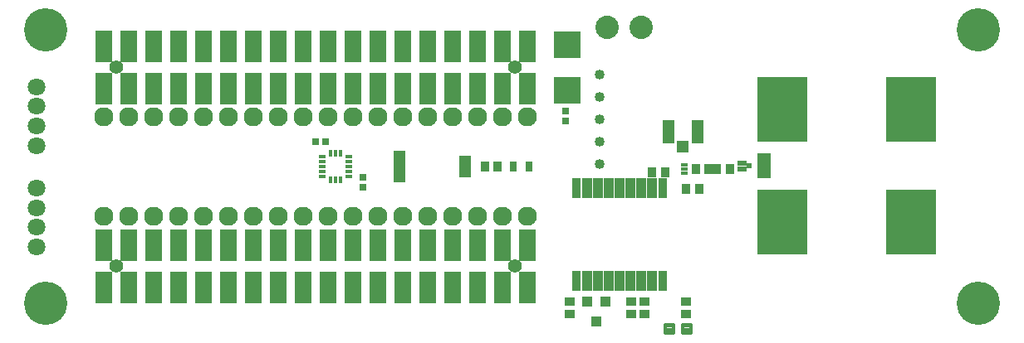
<source format=gts>
G75*
%MOIN*%
%OFA0B0*%
%FSLAX25Y25*%
%IPPOS*%
%LPD*%
%AMOC8*
5,1,8,0,0,1.08239X$1,22.5*
%
%ADD10R,0.02769X0.01784*%
%ADD11R,0.01784X0.02769*%
%ADD12R,0.02769X0.02769*%
%ADD13R,0.03900X0.04300*%
%ADD14C,0.09400*%
%ADD15R,0.10800X0.10800*%
%ADD16C,0.07700*%
%ADD17R,0.06800X0.12800*%
%ADD18C,0.05524*%
%ADD19C,0.01421*%
%ADD20R,0.04343X0.03556*%
%ADD21R,0.03556X0.04343*%
%ADD22R,0.03556X0.07887*%
%ADD23R,0.03950X0.07887*%
%ADD24C,0.01702*%
%ADD25R,0.04737X0.04934*%
%ADD26R,0.04934X0.09461*%
%ADD27R,0.03162X0.03950*%
%ADD28R,0.05524X0.09855*%
%ADD29R,0.20485X0.26391*%
%ADD30C,0.07099*%
%ADD31R,0.02178X0.02473*%
%ADD32C,0.04000*%
%ADD33R,0.04737X0.08674*%
%ADD34R,0.05131X0.12611*%
%ADD35C,0.17398*%
D10*
X0156595Y0125191D03*
X0156595Y0127159D03*
X0156595Y0129128D03*
X0156595Y0131096D03*
X0156595Y0133065D03*
X0167225Y0133065D03*
X0167225Y0131096D03*
X0167225Y0129128D03*
X0167225Y0127159D03*
X0167225Y0125191D03*
D11*
X0163879Y0123813D03*
X0161910Y0123813D03*
X0159942Y0123813D03*
X0159942Y0134443D03*
X0161910Y0134443D03*
X0163879Y0134443D03*
D12*
X0157753Y0138990D03*
X0153753Y0138990D03*
X0172753Y0124801D03*
X0172753Y0120801D03*
X0254217Y0147466D03*
X0254217Y0151466D03*
D13*
X0262718Y0074793D03*
X0270318Y0074793D03*
X0266518Y0066793D03*
D14*
X0270863Y0185293D03*
X0284642Y0185293D03*
D15*
X0254839Y0178173D03*
X0254839Y0159673D03*
D16*
X0238934Y0149128D03*
X0228934Y0149128D03*
X0218934Y0149128D03*
X0208934Y0149128D03*
X0198934Y0149128D03*
X0188934Y0149128D03*
X0178934Y0149128D03*
X0168934Y0149128D03*
X0158934Y0149128D03*
X0148934Y0149128D03*
X0138934Y0149128D03*
X0128934Y0149128D03*
X0118934Y0149128D03*
X0108934Y0149128D03*
X0098934Y0149128D03*
X0088934Y0149128D03*
X0078934Y0149128D03*
X0068934Y0149128D03*
X0068934Y0109128D03*
X0078934Y0109128D03*
X0088934Y0109128D03*
X0098934Y0109128D03*
X0108934Y0109128D03*
X0118934Y0109128D03*
X0128934Y0109128D03*
X0138934Y0109128D03*
X0148934Y0109128D03*
X0158934Y0109128D03*
X0168934Y0109128D03*
X0178934Y0109128D03*
X0188934Y0109128D03*
X0198934Y0109128D03*
X0208934Y0109128D03*
X0218934Y0109128D03*
X0228934Y0109128D03*
X0238934Y0109128D03*
D17*
X0238934Y0097628D03*
X0228934Y0097628D03*
X0218934Y0097628D03*
X0208934Y0097628D03*
X0198934Y0097628D03*
X0188934Y0097628D03*
X0178934Y0097628D03*
X0168934Y0097628D03*
X0158934Y0097628D03*
X0148934Y0097628D03*
X0138934Y0097628D03*
X0128934Y0097628D03*
X0118934Y0097628D03*
X0108934Y0097628D03*
X0098934Y0097628D03*
X0088934Y0097628D03*
X0078934Y0097628D03*
X0068934Y0097628D03*
X0068934Y0080628D03*
X0078934Y0080628D03*
X0088934Y0080628D03*
X0098934Y0080628D03*
X0108934Y0080628D03*
X0118934Y0080628D03*
X0128934Y0080628D03*
X0138934Y0080628D03*
X0148934Y0080628D03*
X0158934Y0080628D03*
X0168934Y0080628D03*
X0178934Y0080628D03*
X0188934Y0080628D03*
X0198934Y0080628D03*
X0208934Y0080628D03*
X0218934Y0080628D03*
X0228934Y0080628D03*
X0238934Y0080628D03*
X0238934Y0160628D03*
X0228934Y0160628D03*
X0218934Y0160628D03*
X0208934Y0160628D03*
X0198934Y0160628D03*
X0188934Y0160628D03*
X0178934Y0160628D03*
X0168934Y0160628D03*
X0158934Y0160628D03*
X0148934Y0160628D03*
X0138934Y0160628D03*
X0128934Y0160628D03*
X0118934Y0160628D03*
X0108934Y0160628D03*
X0098934Y0160628D03*
X0088934Y0160628D03*
X0078934Y0160628D03*
X0068934Y0160628D03*
X0068934Y0177628D03*
X0078934Y0177628D03*
X0088934Y0177628D03*
X0098934Y0177628D03*
X0108934Y0177628D03*
X0118934Y0177628D03*
X0128934Y0177628D03*
X0138934Y0177628D03*
X0148934Y0177628D03*
X0158934Y0177628D03*
X0168934Y0177628D03*
X0178934Y0177628D03*
X0188934Y0177628D03*
X0198934Y0177628D03*
X0208934Y0177628D03*
X0218934Y0177628D03*
X0228934Y0177628D03*
X0238934Y0177628D03*
D18*
X0233934Y0169128D03*
X0233934Y0089128D03*
X0073934Y0089128D03*
X0073934Y0169128D03*
D19*
X0294307Y0065451D02*
X0294307Y0062135D01*
X0294307Y0065451D02*
X0297623Y0065451D01*
X0297623Y0062135D01*
X0294307Y0062135D01*
X0294307Y0063555D02*
X0297623Y0063555D01*
X0297623Y0064975D02*
X0294307Y0064975D01*
X0301213Y0065451D02*
X0301213Y0062135D01*
X0301213Y0065451D02*
X0304529Y0065451D01*
X0304529Y0062135D01*
X0301213Y0062135D01*
X0301213Y0063555D02*
X0304529Y0063555D01*
X0304529Y0064975D02*
X0301213Y0064975D01*
D20*
X0302418Y0069734D03*
X0302418Y0074852D03*
X0285918Y0074852D03*
X0285918Y0069734D03*
X0280418Y0069734D03*
X0280418Y0074852D03*
X0255918Y0074852D03*
X0255918Y0069734D03*
D21*
X0302591Y0120258D03*
X0307709Y0120258D03*
X0306383Y0128222D03*
X0311501Y0128222D03*
X0314946Y0128222D03*
X0320064Y0128222D03*
X0294064Y0126923D03*
X0288946Y0126923D03*
X0226957Y0129128D03*
X0221839Y0129128D03*
D22*
X0258658Y0120411D03*
X0293304Y0120411D03*
X0293304Y0083010D03*
X0258658Y0083010D03*
D23*
X0262989Y0083010D03*
X0267320Y0083010D03*
X0271650Y0083010D03*
X0275981Y0083010D03*
X0280312Y0083010D03*
X0284642Y0083010D03*
X0288973Y0083010D03*
X0288973Y0120411D03*
X0284642Y0120411D03*
X0280312Y0120411D03*
X0275981Y0120411D03*
X0271650Y0120411D03*
X0267320Y0120411D03*
X0262989Y0120411D03*
D24*
X0301056Y0126537D03*
X0302631Y0126537D03*
X0302631Y0128112D03*
X0302631Y0129687D03*
X0301056Y0129687D03*
X0301056Y0128112D03*
D25*
X0301272Y0137275D03*
D26*
X0295465Y0143289D03*
X0307079Y0143289D03*
D27*
X0239595Y0129128D03*
X0233296Y0129128D03*
D28*
X0333808Y0129403D03*
D29*
X0341288Y0152041D03*
X0392863Y0152041D03*
X0392863Y0106765D03*
X0341288Y0106765D03*
D30*
X0041926Y0104655D03*
X0041926Y0096781D03*
X0041926Y0112529D03*
X0041926Y0120403D03*
X0041926Y0137600D03*
X0041926Y0145474D03*
X0041926Y0153348D03*
X0041926Y0161222D03*
D31*
X0324032Y0130515D03*
X0326001Y0130515D03*
X0326001Y0128252D03*
X0324032Y0128252D03*
X0327969Y0129384D03*
D32*
X0267918Y0130293D03*
X0267918Y0139293D03*
X0267918Y0148293D03*
X0267918Y0157293D03*
X0267918Y0166293D03*
D33*
X0213920Y0129128D03*
D34*
X0187542Y0129128D03*
D35*
X0045666Y0074041D03*
X0045666Y0184277D03*
X0419682Y0184277D03*
X0419682Y0074041D03*
M02*

</source>
